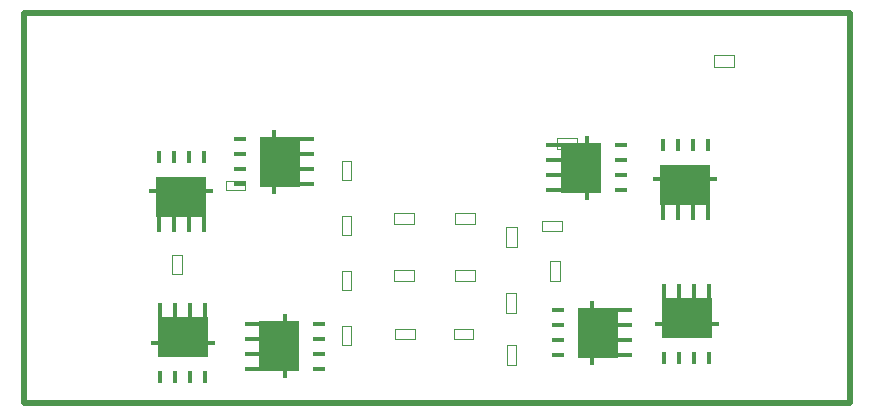
<source format=gbp>
G04*
G04 #@! TF.GenerationSoftware,Altium Limited,Altium Designer,20.0.13 (296)*
G04*
G04 Layer_Color=128*
%FSLAX24Y24*%
%MOIN*%
G70*
G01*
G75*
%ADD25C,0.0200*%
%ADD26C,0.0039*%
%ADD71R,0.0433X0.0177*%
%ADD72R,0.0118X0.2165*%
%ADD73R,0.0630X0.0177*%
%ADD74R,0.1378X0.1673*%
%ADD75R,0.0177X0.0433*%
%ADD76R,0.2165X0.0118*%
%ADD77R,0.0177X0.0630*%
%ADD78R,0.1673X0.1378*%
D25*
X27550Y0D02*
Y13000D01*
X0D02*
X27550D01*
X0Y0D02*
Y13000D01*
Y0D02*
X100D01*
X0D02*
X200D01*
X0D02*
X27550D01*
D26*
X10910Y1935D02*
Y2575D01*
X10590Y1935D02*
Y2575D01*
X10910D01*
X10590Y1935D02*
X10910D01*
Y7435D02*
Y8075D01*
X10590Y7435D02*
Y8075D01*
X10910D01*
X10590Y7435D02*
X10910D01*
Y3768D02*
Y4408D01*
X10590Y3768D02*
Y4408D01*
X10910D01*
X10590Y3768D02*
X10910D01*
X6735Y7090D02*
X7375D01*
X6735Y7410D02*
X7375D01*
Y7090D02*
Y7410D01*
X6735Y7090D02*
Y7410D01*
X10910Y5602D02*
Y6241D01*
X10590Y5602D02*
Y6241D01*
X10910D01*
X10590Y5602D02*
X10910D01*
X14365Y5963D02*
X15035D01*
X14365Y6337D02*
X15035D01*
Y5963D02*
Y6337D01*
X14365Y5963D02*
Y6337D01*
X12324Y5958D02*
X12994D01*
X12324Y6332D02*
X12994D01*
Y5958D02*
Y6332D01*
X12324Y5958D02*
Y6332D01*
Y4061D02*
X12994D01*
X12324Y4435D02*
X12994D01*
Y4061D02*
Y4435D01*
X12324Y4061D02*
Y4435D01*
X14365Y4066D02*
X15035D01*
X14365Y4440D02*
X15035D01*
Y4066D02*
Y4440D01*
X14365Y4066D02*
Y4440D01*
X5260Y4300D02*
Y4940D01*
X4940Y4300D02*
Y4940D01*
X5260D01*
X4940Y4300D02*
X5260D01*
X17765Y8837D02*
X18435D01*
X17765Y8463D02*
X18435D01*
X17765D02*
Y8837D01*
X18435Y8463D02*
Y8837D01*
X16437Y5215D02*
Y5885D01*
X16063Y5215D02*
Y5885D01*
X16437D01*
X16063Y5215D02*
X16437D01*
X23015Y11213D02*
X23685D01*
X23015Y11587D02*
X23685D01*
Y11213D02*
Y11587D01*
X23015Y11213D02*
Y11587D01*
X17860Y4085D02*
Y4725D01*
X17540Y4085D02*
Y4725D01*
X17860D01*
X17540Y4085D02*
X17860D01*
X16410Y1285D02*
Y1925D01*
X16090Y1285D02*
Y1925D01*
X16410D01*
X16090Y1285D02*
X16410D01*
X14325Y2460D02*
X14965D01*
X14325Y2140D02*
X14965D01*
X14325D02*
Y2460D01*
X14965Y2140D02*
Y2460D01*
X16406Y3014D02*
Y3654D01*
X16086Y3014D02*
Y3654D01*
X16406D01*
X16086Y3014D02*
X16406D01*
X17285Y5740D02*
X17925D01*
X17285Y6060D02*
X17925D01*
Y5740D02*
Y6060D01*
X17285Y5740D02*
Y6060D01*
X12385Y2140D02*
X13025D01*
X12385Y2460D02*
X13025D01*
Y2140D02*
Y2460D01*
X12385Y2140D02*
Y2460D01*
D71*
X17800Y3100D02*
D03*
Y2600D02*
D03*
Y2100D02*
D03*
Y1600D02*
D03*
X19900Y7100D02*
D03*
Y7600D02*
D03*
Y8100D02*
D03*
Y8600D02*
D03*
X7200Y8800D02*
D03*
Y8300D02*
D03*
Y7800D02*
D03*
Y7300D02*
D03*
X9842Y1150D02*
D03*
Y1650D02*
D03*
Y2150D02*
D03*
Y2650D02*
D03*
D72*
X18942Y2350D02*
D03*
X18758Y7850D02*
D03*
X8342Y8050D02*
D03*
X8700Y1900D02*
D03*
D73*
X19985Y3100D02*
D03*
Y2600D02*
D03*
Y2100D02*
D03*
Y1600D02*
D03*
X17715Y7100D02*
D03*
Y7600D02*
D03*
Y8100D02*
D03*
Y8600D02*
D03*
X9385Y8800D02*
D03*
Y8300D02*
D03*
Y7800D02*
D03*
Y7300D02*
D03*
X7657Y1150D02*
D03*
Y1650D02*
D03*
Y2150D02*
D03*
Y2650D02*
D03*
D74*
X19139Y2350D02*
D03*
X18561Y7850D02*
D03*
X8539Y8050D02*
D03*
X8503Y1900D02*
D03*
D75*
X22800Y8600D02*
D03*
X22300D02*
D03*
X21800D02*
D03*
X21300D02*
D03*
X21350Y1500D02*
D03*
X21850D02*
D03*
X22350D02*
D03*
X22850D02*
D03*
X6000Y8200D02*
D03*
X5500D02*
D03*
X5000D02*
D03*
X4500D02*
D03*
X4550Y861D02*
D03*
X5050D02*
D03*
X5550D02*
D03*
X6050D02*
D03*
D76*
X22050Y7458D02*
D03*
X22100Y2642D02*
D03*
X5250Y7058D02*
D03*
X5300Y2003D02*
D03*
D77*
X22800Y6415D02*
D03*
X22300D02*
D03*
X21800D02*
D03*
X21300D02*
D03*
X21350Y3685D02*
D03*
X21850D02*
D03*
X22350D02*
D03*
X22850D02*
D03*
X6000Y6015D02*
D03*
X5500D02*
D03*
X5000D02*
D03*
X4500D02*
D03*
X4550Y3046D02*
D03*
X5050D02*
D03*
X5550D02*
D03*
X6050D02*
D03*
D78*
X22050Y7261D02*
D03*
X22100Y2839D02*
D03*
X5250Y6861D02*
D03*
X5300Y2200D02*
D03*
M02*

</source>
